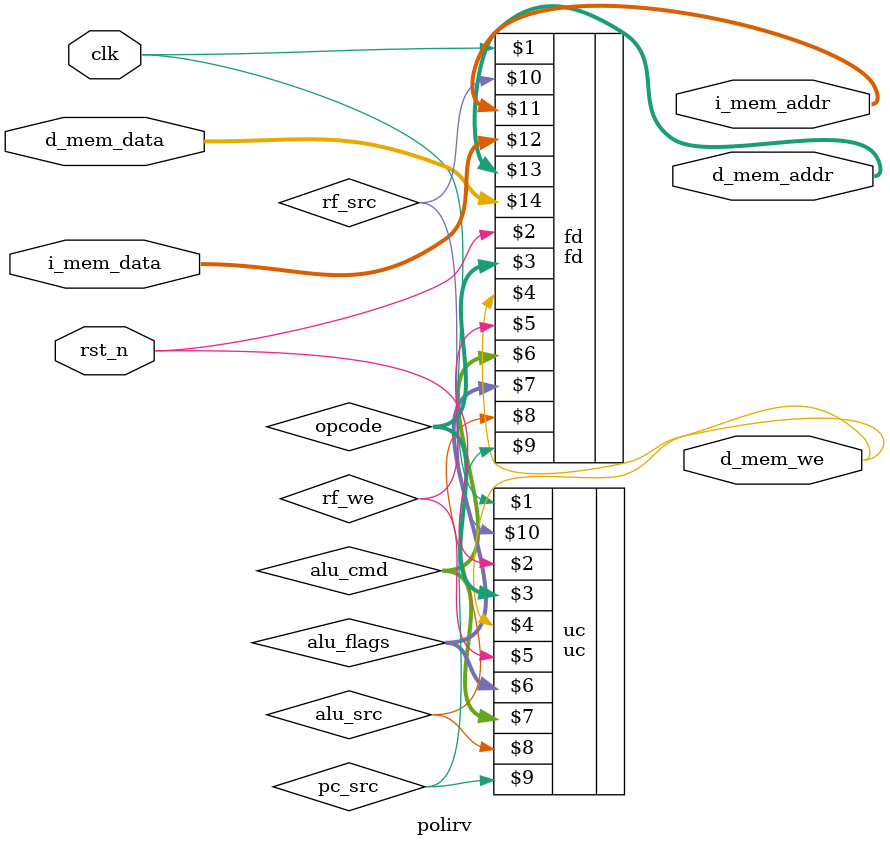
<source format=v>
module polirv 
    #(
        parameter i_addr_bits = 6,
        parameter d_addr_bits = 6
    ) (
        input clk, rst_n,        // clock borda subida, reset assíncrono ativo baixo
        output [i_addr_bits-1:0] i_mem_addr,
        input  [31:0]            i_mem_data,
        output                   d_mem_we,
        output [d_addr_bits-1:0] d_mem_addr,
        inout  [63:0]            d_mem_data
    );

    wire [6:0] opcode;              // OpCode direto do IR no FD
    wire rf_we;                     // Habilita escrita na memória de dados e no banco de registradores
    wire [3:0] alu_flags;           // Flags da ULA
    wire [3:0] alu_cmd;             // Operação da ULA
    wire alu_src, pc_src, rf_src; 

    uc uc (clk, rst_n, opcode, d_mem_we, rf_we, alu_flags, alu_cmd, alu_src, pc_src, rf_src);
    fd fd (clk, rst_n, opcode, d_mem_we, rf_we, alu_cmd, alu_flags, alu_src, pc_src, rf_src, i_mem_addr, i_mem_data, d_mem_addr, d_mem_data);    

endmodule
</source>
